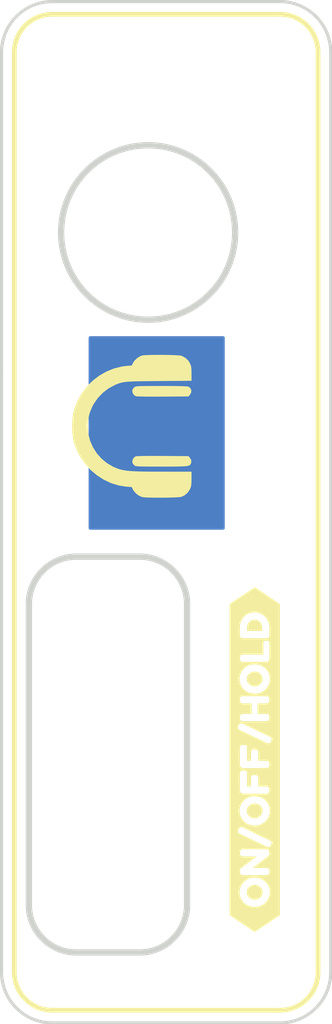
<source format=kicad_pcb>
(kicad_pcb (version 20221018) (generator pcbnew)
  (layers (0 "F.Cu" signal) (31 "B.Cu" signal) (34 "B.Paste" user) (35 "F.Paste" user) (36 "B.SilkS" user "B.Silkscreen") (37 "F.SilkS" user "F.Silkscreen") (38 "B.Mask" user) (39 "F.Mask" user) (44 "Edge.Cuts" user))
  (net 0 "")
  (footprint "kibuzzard-64D61F96" (layer "F.Cu") (at 146.8 108.3 90)
    (fp_text reference "kibuzzard-64D61F96" hide)
    (fp_text value "G***" hide)
    (fp_poly (pts (xy 4.177665 -0.24511) (xy 4.055745 -0.24511) (xy 4.055745 0.23495) (xy 4.178935 0.23495) (xy 4.26593 0.217964) (xy 4.344035 0.167005) (xy 4.39928 0.090329) (xy 4.417695 -0.00381) (xy 4.399756 -0.098266) (xy 4.34594 -0.175895) (xy 4.267994 -0.227806) (xy 4.177665 -0.24511)) (fill solid) (layer "F.SilkS"))
    (fp_poly (pts (xy -4.417695 -0.00254) (xy -4.409581 0.068086) (xy -4.385239 0.129258) (xy -4.34467 0.180975) (xy -4.267359 0.233839) (xy -4.181475 0.25146) (xy -4.09575 0.234315) (xy -4.018915 0.18288) (xy -3.978698 0.131939) (xy -3.954568 0.070556) (xy -3.946525 -0.00127) (xy -3.954639 -0.073237) (xy -3.978981 -0.135043) (xy -4.01955 -0.18669) (xy -4.096861 -0.239078) (xy -4.182745 -0.25654) (xy -4.26847 -0.238919) (xy -4.345305 -0.186055) (xy -4.385522 -0.134338) (xy -4.409652 -0.073166) (xy -4.417695 -0.00254)) (fill solid) (layer "F.SilkS"))
    (fp_poly (pts (xy -1.851025 -0.00254) (xy -1.842911 0.068086) (xy -1.818569 0.129258) (xy -1.778 0.180975) (xy -1.700689 0.233839) (xy -1.614805 0.25146) (xy -1.52908 0.234315) (xy -1.452245 0.18288) (xy -1.412028 0.131939) (xy -1.387898 0.070556) (xy -1.379855 -0.00127) (xy -1.387969 -0.073237) (xy -1.412311 -0.135043) (xy -1.45288 -0.18669) (xy -1.530191 -0.239078) (xy -1.616075 -0.25654) (xy -1.7018 -0.238919) (xy -1.778635 -0.186055) (xy -1.818852 -0.134338) (xy -1.842982 -0.073166) (xy -1.851025 -0.00254)) (fill solid) (layer "F.SilkS"))
    (fp_poly (pts (xy 2.306955 -0.00254) (xy 2.315069 0.068086) (xy 2.339411 0.129258) (xy 2.37998 0.180975) (xy 2.457291 0.233839) (xy 2.543175 0.25146) (xy 2.6289 0.234315) (xy 2.705735 0.18288) (xy 2.745952 0.131939) (xy 2.770082 0.070556) (xy 2.778125 -0.00127) (xy 2.770011 -0.073237) (xy 2.745669 -0.135043) (xy 2.7051 -0.18669) (xy 2.627789 -0.239078) (xy 2.541905 -0.25654) (xy 2.45618 -0.238919) (xy 2.379345 -0.186055) (xy 2.339128 -0.134338) (xy 2.314998 -0.073166) (xy 2.306955 -0.00254)) (fill solid) (layer "F.SilkS"))
    (fp_poly (pts (xy -4.642485 -0.796713) (xy -4.907068 -0.796713) (xy -5.438211 0) (xy -4.907068 0.796713) (xy -4.642485 0.796713) (xy -4.178935 0.796713) (xy -4.178935 0.47625) (xy -4.271843 0.467519) (xy -4.357529 0.441325) (xy -4.435991 0.397669) (xy -4.50723 0.33655) (xy -4.566404 0.263366) (xy -4.608671 0.183515) (xy -4.634032 0.096996) (xy -4.642485 0.00381) (xy -4.63296 -0.098266) (xy -4.604385 -0.193675) (xy -4.559935 -0.278289) (xy -4.502785 -0.34798) (xy -4.434523 -0.403542) (xy -4.356735 -0.44577) (xy -4.272915 -0.47244) (xy -4.186555 -0.48133) (xy -4.095671 -0.472837) (xy -4.010977 -0.447358) (xy -3.932476 -0.404892) (xy -3.860165 -0.34544) (xy -3.799602 -0.273407) (xy -3.756342 -0.193199) (xy -3.730387 -0.104815) (xy -3.721735 -0.008255) (xy -3.72999 0.088662) (xy -3.754755 0.178117) (xy -3.79603 0.260112) (xy -3.853815 0.334645) (xy -3.923665 0.396597) (xy -4.001135 0.440849) (xy -4.086225 0.4674) (xy -4.178935 0.47625) (xy -4.178935 0.796713) (xy -2.939415 0.796713) (xy -2.939415 0.46101) (xy -3.007995 0.45339) (xy -3.039745 0.42926) (xy -3.129562 0.309598) (xy -3.208514 0.204611) (xy -3.2766 0.1143) (xy -3.333821 0.038664) (xy -3.380176 -0.022296) (xy -3.415665 -0.06858) (xy -3.415665 0.34925) (xy -3.41757 0.3937) (xy -3.429635 0.42672) (xy -3.46329 0.452438) (xy -3.528695 0.46101) (xy -3.592195 0.452438) (xy -3.625215 0.42672) (xy -3.63728 0.39243) (xy -3.639185 0.34798) (xy -3.639185 -0.36068) (xy -3.62712 -0.431165) (xy -3.590925 -0.46101) (xy -3.528695 -0.46863) (xy -3.46837 -0.461645) (xy -3.437255 -0.44577) (xy -3.408045 -0.41275) (xy -3.323661 -0.298133) (xy -3.249154 -0.197273) (xy -3.184525 -0.110173) (xy -3.129774 -0.03683) (xy -3.084901 0.022754) (xy -3.049905 0.06858) (xy -3.049905 -0.36068) (xy -3.03784 -0.431165) (xy -3.001645 -0.46101) (xy -2.94132 -0.46863) (xy -2.8829 -0.46228) (xy -2.84988 -0.44704) (xy -2.834005 -0.42037) (xy -2.826385 -0.3556) (xy -2.826385 0.34925) (xy -2.82829 0.3937) (xy -2.840355 0.42672) (xy -2.87401 0.452438) (xy -2.939415 0.46101) (xy -2.939415 0.796713) (xy -2.621915 0.796713) (xy -2.621915 0.53213) (xy -2.685415 0.51308) (xy -2.74193 0.479425) (xy -2.756535 0.44704) (xy -2.741295 0.38354) (xy -2.332355 -0.47117) (xy -2.289175 -0.52705) (xy -2.25933 -0.53213) (xy -2.195195 -0.51181) (xy -2.14376 -0.477203) (xy -2.126615 -0.43942) (xy -2.144395 -0.37592) (xy -2.552065 0.47117) (xy -2.56794 0.50292) (xy -2.58699 0.522605) (xy -2.621915 0.53213) (xy -2.621915 0.796713) (xy -1.612265 0.796713) (xy -1.612265 0.47625) (xy -1.705173 0.467519) (xy -1.790859 0.441325) (xy -1.869321 0.397669) (xy -1.94056 0.33655) (xy -1.999734 0.263366) (xy -2.042001 0.183515) (xy -2.067362 0.096996) (xy -2.075815 0.00381) (xy -2.06629 -0.098266) (xy -2.037715 -0.193675) (xy -1.993265 -0.278289) (xy -1.936115 -0.34798) (xy -1.867852 -0.403542) (xy -1.790065 -0.44577) (xy -1.706245 -0.47244) (xy -1.619885 -0.48133) (xy -1.529001 -0.472837) (xy -1.444307 -0.447358) (xy -1.365806 -0.404892) (xy -1.293495 -0.34544) (xy -1.232932 -0.273407) (xy -1.189673 -0.193199) (xy -1.163717 -0.104815) (xy -1.155065 -0.008255) (xy -1.16332 0.088662) (xy -1.188085 0.178117) (xy -1.22936 0.260112) (xy -1.287145 0.334645) (xy -1.356995 0.396597) (xy -1.434465 0.440849) (xy -1.519555 0.4674) (xy -1.612265 0.47625) (xy -1.612265 0.796713) (xy -0.960755 0.796713) (xy -0.960755 0.46101) (xy -1.03124 0.448945) (xy -1.064895 0.41275) (xy -1.072515 0.34798) (xy -1.072515 -0.35814) (xy -1.048385 -0.446405) (xy -0.956945 -0.4699) (xy -0.456565 -0.4699) (xy -0.41275 -0.467995) (xy -0.37973 -0.45593) (xy -0.353695 -0.42164) (xy -0.346075 -0.35687) (xy -0.353695 -0.2921) (xy -0.380365 -0.258445) (xy -0.41402 -0.247015) (xy -0.459105 -0.24511) (xy -0.847725 -0.24511) (xy -0.847725 -0.11684) (xy -0.597535 -0.11684) (xy -0.55245 -0.114935) (xy -0.518795 -0.10287) (xy -0.49403 -0.068262) (xy -0.485775 -0.00254) (xy -0.49784 0.068263) (xy -0.534035 0.10287) (xy -0.598805 0.10922) (xy -0.847725 0.10922) (xy -0.847725 0.34925) (xy -0.84963 0.3937) (xy -0.861695 0.42672) (xy -0.89535 0.452438) (xy -0.960755 0.46101) (xy -0.960755 0.796713) (xy -0.151765 0.796713) (xy -0.151765 0.46101) (xy -0.22225 0.448945) (xy -0.255905 0.41275) (xy -0.263525 0.34798) (xy -0.263525 -0.35814) (xy -0.239395 -0.446405) (xy -0.147955 -0.4699) (xy 0.352425 -0.4699) (xy 0.39624 -0.467995) (xy 0.42926 -0.45593) (xy 0.455295 -0.42164) (xy 0.462915 -0.35687) (xy 0.455295 -0.2921) (xy 0.428625 -0.258445) (xy 0.39497 -0.247015) (xy 0.349885 -0.24511) (xy -0.038735 -0.24511) (xy -0.038735 -0.11684) (xy 0.211455 -0.11684) (xy 0.25654 -0.114935) (xy 0.290195 -0.10287) (xy 0.31496 -0.068262) (xy 0.323215 -0.00254) (xy 0.31115 0.068263) (xy 0.274955 0.10287) (xy 0.210185 0.10922) (xy -0.038735 0.10922) (xy -0.038735 0.34925) (xy -0.04064 0.3937) (xy -0.052705 0.42672) (xy -0.08636 0.452438) (xy -0.151765 0.46101) (xy -0.151765 0.796713) (xy 0.648335 0.796713) (xy 0.648335 0.53213) (xy 0.584835 0.51308) (xy 0.52832 0.479425) (xy 0.513715 0.44704) (xy 0.528955 0.38354) (xy 0.937895 -0.47117) (xy 0.981075 -0.52705) (xy 1.01092 -0.53213) (xy 1.075055 -0.51181) (xy 1.12649 -0.477203) (xy 1.143635 -0.43942) (xy 1.125855 -0.37592) (xy 0.718185 0.47117) (xy 0.70231 0.50292) (xy 0.68326 0.522605) (xy 0.648335 0.53213) (xy 0.648335 0.796713) (xy 1.886585 0.796713) (xy 1.886585 0.45974) (xy 1.8161 0.447992) (xy 1.782445 0.41275) (xy 1.774825 0.34671) (xy 1.774825 0.0889) (xy 1.438275 0.0889) (xy 1.438275 0.34798) (xy 1.43637 0.391795) (xy 1.424305 0.42545) (xy 1.39065 0.451168) (xy 1.325245 0.45974) (xy 1.25476 0.447992) (xy 1.221105 0.41275) (xy 1.213485 0.34671) (xy 1.213485 -0.35814) (xy 1.21539 -0.401955) (xy 1.227455 -0.43561) (xy 1.26111 -0.461328) (xy 1.326515 -0.4699) (xy 1.397318 -0.458152) (xy 1.431925 -0.42291) (xy 1.438275 -0.35687) (xy 1.438275 -0.09779) (xy 1.774825 -0.09779) (xy 1.774825 -0.35814) (xy 1.77673 -0.401955) (xy 1.788795 -0.43561) (xy 1.823085 -0.46228) (xy 1.884045 -0.4699) (xy 1.942465 -0.46355) (xy 1.975485 -0.44831) (xy 1.993265 -0.42291) (xy 1.999615 -0.35687) (xy 1.999615 0.34798) (xy 1.99771 0.391795) (xy 1.985645 0.42545) (xy 1.95199 0.451168) (xy 1.886585 0.45974) (xy 1.886585 0.796713) (xy 2.545715 0.796713) (xy 2.545715 0.47625) (xy 2.452807 0.467519) (xy 2.367121 0.441325) (xy 2.288659 0.397669) (xy 2.21742 0.33655) (xy 2.158246 0.263366) (xy 2.115979 0.183515) (xy 2.090618 0.096996) (xy 2.082165 0.00381) (xy 2.09169 -0.098266) (xy 2.120265 -0.193675) (xy 2.164715 -0.278289) (xy 2.221865 -0.34798) (xy 2.290128 -0.403542) (xy 2.367915 -0.44577) (xy 2.451735 -0.47244) (xy 2.538095 -0.48133) (xy 2.628979 -0.472837) (xy 2.713673 -0.447358) (xy 2.792174 -0.404892) (xy 2.864485 -0.34544) (xy 2.925048 -0.273407) (xy 2.968308 -0.193199) (xy 2.994263 -0.104815) (xy 3.002915 -0.008255) (xy 2.99466 0.088662) (xy 2.969895 0.178117) (xy 2.92862 0.260112) (xy 2.870835 0.334645) (xy 2.800985 0.396597) (xy 2.723515 0.440849) (xy 2.638425 0.4674) (xy 2.545715 0.47625) (xy 2.545715 0.796713) (xy 3.654425 0.796713) (xy 3.654425 0.46101) (xy 3.197225 0.46101) (xy 3.12674 0.448945) (xy 3.093085 0.41275) (xy 3.085465 0.34798) (xy 3.085465 -0.35814) (xy 3.08737 -0.401955) (xy 3.099435 -0.43561) (xy 3.13309 -0.461328) (xy 3.198495 -0.4699) (xy 3.269298 -0.458152) (xy 3.303905 -0.42291) (xy 3.310255 -0.35687) (xy 3.310255 0.27305) (xy 3.655695 0.27305) (xy 3.716655 0.282575) (xy 3.742055 0.31242) (xy 3.748405 0.366395) (xy 3.742055 0.42037) (xy 3.720465 0.44831) (xy 3.654425 0.46101) (xy 3.654425 0.796713) (xy 4.175125 0.796713) (xy 4.175125 0.45974) (xy 3.942715 0.45974) (xy 3.87985 0.451803) (xy 3.846195 0.42799) (xy 3.830955 0.34671) (xy 3.830955 -0.35941) (xy 3.83286 -0.40386) (xy 3.844925 -0.43688) (xy 3.87858 -0.462598) (xy 3.943985 -0.47117) (xy 4.178935 -0.4699) (xy 4.268232 -0.461605) (xy 4.351973 -0.436721) (xy 4.430157 -0.395248) (xy 4.502785 -0.337185) (xy 4.563904 -0.267018) (xy 4.60756 -0.18923) (xy 4.633754 -0.103822) (xy 4.642485 -0.010795) (xy 4.633952 0.08259) (xy 4.608354 0.169069) (xy 4.56569 0.248642) (xy 4.50596 0.32131) (xy 4.434086 0.381873) (xy 4.354989 0.425132) (xy 4.268668 0.451088) (xy 4.175125 0.45974) (xy 4.175125 0.796713) (xy 4.642485 0.796713) (xy 4.907068 0.796713) (xy 5.438211 0) (xy 4.907068 -0.796713) (xy 4.642485 -0.796713) (xy -4.642485 -0.796713)) (fill solid) (layer "F.SilkS"))
  )
  (footprint "LOGO" (layer "F.Cu") (at 142.9 97.8 90)
    (fp_text reference "G***" hide)
    (fp_text value "LOGO" hide)
    (fp_poly (pts (xy 1.15105 0.031848) (xy 1.200038 0.056792) (xy 1.241293 0.095019) (xy 1.251193 0.10909) (xy 1.259297 0.126278) (xy 1.265784 0.150455) (xy 1.270834 0.185494) (xy 1.274626 0.235268) (xy 1.277339 0.30365) (xy 1.279152 0.394512) (xy 1.280246 0.511727) (xy 1.280799 0.659168) (xy 1.280992 0.840707) (xy 1.281008 0.952506) (xy 1.280488 1.189029) (xy 1.278912 1.386313) (xy 1.276261 1.545137) (xy 1.272515 1.666279) (xy 1.267654 1.750519) (xy 1.261656 1.798635) (xy 1.258785 1.808277) (xy 1.213125 1.866647) (xy 1.149305 1.895015) (xy 1.077607 1.891545) (xy 1.008314 1.854404) (xy 1.006908 1.853206) (xy 0.950748 1.804916) (xy 0.945101 0.995525) (xy 0.944126 0.782911) (xy 0.944307 0.595747) (xy 0.945601 0.436599) (xy 0.947967 0.308034) (xy 0.951361 0.212617) (xy 0.955742 0.152916) (xy 0.959253 0.134057) (xy 0.99805 0.080555) (xy 1.059194 0.042538) (xy 1.126353 0.028708)) (fill solid) (layer "F.SilkS"))
    (fp_poly (pts (xy -1.066012 0.033672) (xy -1.000528 0.063135) (xy -0.950911 0.111535) (xy -0.939237 0.134057) (xy -0.934211 0.168083) (xy -0.930143 0.239564) (xy -0.927076 0.345934) (xy -0.92505 0.484626) (xy -0.92411 0.653074) (xy -0.924297 0.848712) (xy -0.925086 0.995525) (xy -0.930733 1.804916) (xy -0.986893 1.853206) (xy -1.056566 1.893385) (xy -1.129556 1.894313) (xy -1.173643 1.878087) (xy -1.194545 1.866375) (xy -1.211822 1.850919) (xy -1.22582 1.828072) (xy -1.236881 1.79419) (xy -1.24535 1.745626) (xy -1.251571 1.678735) (xy -1.255887 1.589871) (xy -1.258644 1.47539) (xy -1.260184 1.331646) (xy -1.260853 1.154993) (xy -1.260993 0.952506) (xy -1.26092 0.751249) (xy -1.260581 0.586151) (xy -1.259797 0.453339) (xy -1.258389 0.34894) (xy -1.256177 0.269082) (xy -1.252981 0.209891) (xy -1.248623 0.167496) (xy -1.242923 0.138023) (xy -1.235701 0.117599) (xy -1.226779 0.102352) (xy -1.221278 0.095019) (xy -1.176745 0.054497) (xy -1.131035 0.031848)) (fill solid) (layer "F.SilkS"))
    (fp_poly (pts (xy 0.195706 -1.866029) (xy 0.354748 -1.850258) (xy 0.499604 -1.820758) (xy 0.642743 -1.774898) (xy 0.796636 -1.710047) (xy 0.817514 -1.700351) (xy 1.049643 -1.570477) (xy 1.260431 -1.410117) (xy 1.447073 -1.223261) (xy 1.606766 -1.013898) (xy 1.736706 -0.786017) (xy 1.83409 -0.543607) (xy 1.896114 -0.290659) (xy 1.914932 -0.138796) (xy 1.926877 0.012636) (xy 2.008845 0.052142) (xy 2.089395 0.108035) (xy 2.163827 0.189393) (xy 2.220534 0.282024) (xy 2.240852 0.335769) (xy 2.248125 0.383294) (xy 2.253816 0.463267) (xy 2.257964 0.569055) (xy 2.26061 0.694021) (xy 2.261794 0.831532) (xy 2.261558 0.974952) (xy 2.25994 1.117647) (xy 2.256983 1.252981) (xy 2.252726 1.374319) (xy 2.247209 1.475027) (xy 2.240474 1.548469) (xy 2.233223 1.586289) (xy 2.170624 1.706118) (xy 2.079243 1.801262) (xy 1.99391 1.853416) (xy 1.941854 1.875182) (xy 1.890727 1.889238) (xy 1.829552 1.897196) (xy 1.747351 1.90067) (xy 1.668023 1.901301) (xy 1.444558 1.901497) (xy 1.435759 0.875689) (xy 1.433593 0.634387) (xy 1.431347 0.429295) (xy 1.428693 0.256593) (xy 1.425304 0.112461) (xy 1.420851 -0.006922) (xy 1.415007 -0.105375) (xy 1.407444 -0.18672) (xy 1.397834 -0.254777) (xy 1.385849 -0.313366) (xy 1.371161 -0.366307) (xy 1.353443 -0.417421) (xy 1.332365 -0.470528) (xy 1.317081 -0.507044) (xy 1.209504 -0.711453) (xy 1.069232 -0.896976) (xy 0.901203 -1.058383) (xy 0.710351 -1.190444) (xy 0.633163 -1.2317) (xy 0.43625 -1.313849) (xy 0.242223 -1.362307) (xy 0.038155 -1.380159) (xy 0.010008 -1.380393) (xy -0.219191 -1.361038) (xy -0.439481 -1.304914) (xy -0.646817 -1.214928) (xy -0.837156 -1.09399) (xy -1.006453 -0.945008) (xy -1.150665 -0.770891) (xy -1.265748 -0.574548) (xy -1.329744 -0.416756) (xy -1.349679 -0.352153) (xy -1.366548 -0.284731) (xy -1.380597 -0.210668) (xy -1.392069 -0.126143) (xy -1.401209 -0.027333) (xy -1.408262 0.089582) (xy -1.413473 0.228424) (xy -1.417085 0.393014) (xy -1.419343 0.587174) (xy -1.420493 0.814725) (xy -1.420772 1.005792) (xy -1.421119 1.901497) (xy -1.646297 1.901301) (xy -1.750998 1.900101) (xy -1.826594 1.895654) (xy -1.883977 1.886366) (xy -1.934039 1.870646) (xy -1.973895 1.853416) (xy -2.083646 1.780863) (xy -2.168554 1.679229) (xy -2.213208 1.586289) (xy -2.22103 1.54385) (xy -2.227671 1.468031) (xy -2.23309 1.365467) (xy -2.237247 1.242792) (xy -2.240101 1.106641) (xy -2.241611 0.96365) (xy -2.241738 0.820453) (xy -2.240441 0.683686) (xy -2.237679 0.559983) (xy -2.233411 0.455979) (xy -2.227598 0.37831) (xy -2.220837 0.335769) (xy -2.179892 0.243142) (xy -2.11444 0.153481) (xy -2.036087 0.080973) (xy -1.988861 0.052157) (xy -1.906925 0.012667) (xy -1.895278 -0.148789) (xy -1.857853 -0.395939) (xy -1.783459 -0.637541) (xy -1.67514 -0.869294) (xy -1.535938 -1.086897) (xy -1.368898 -1.286047) (xy -1.177061 -1.462446) (xy -0.963471 -1.61179) (xy -0.797499 -1.700351) (xy -0.641356 -1.767793) (xy -0.497545 -1.815911) (xy -0.353595 -1.847337) (xy -0.197038 -1.864701) (xy -0.015404 -1.870633) (xy 0.010008 -1.870701)) (fill solid) (layer "F.SilkS"))
  )
  (gr_rect (start 141.6 95) (end 145.8 101) (stroke (width 0.1)) (fill solid) (layer "B.Cu"))
  (gr_arc (start 140.4 116.2) (mid 139.551472 115.848528) (end 139.2 115) (stroke (width 0.15)) (layer "F.SilkS"))
  (gr_arc (start 147.6 84.8) (mid 148.448528 85.151472) (end 148.8 86) (stroke (width 0.15)) (layer "F.SilkS"))
  (gr_line (start 140.4 84.8) (end 147.6 84.8) (stroke (width 0.15)) (layer "F.SilkS"))
  (gr_arc (start 148.8 115) (mid 148.448528 115.848528) (end 147.6 116.2) (stroke (width 0.15)) (layer "F.SilkS"))
  (gr_line (start 139.2 115) (end 139.2 86) (stroke (width 0.15)) (layer "F.SilkS"))
  (gr_line (start 148.8 86) (end 148.8 115) (stroke (width 0.15)) (layer "F.SilkS"))
  (gr_line (start 147.6 116.2) (end 140.4 116.2) (stroke (width 0.15)) (layer "F.SilkS"))
  (gr_arc (start 139.2 86) (mid 139.551472 85.151472) (end 140.4 84.8) (stroke (width 0.15)) (layer "F.SilkS"))
  (gr_arc (start 149.2 115) (mid 148.731371 116.131371) (end 147.6 116.6) (stroke (width 0.1)) (layer "Edge.Cuts"))
  (gr_line (start 143.161729 114.379189) (end 141.161729 114.379189) (stroke (width 0.2)) (layer "Edge.Cuts"))
  (gr_line (start 138.8 96.1) (end 138.8 86) (stroke (width 0.1)) (layer "Edge.Cuts"))
  (gr_arc (start 140.4 116.6) (mid 139.268629 116.131371) (end 138.8 115) (stroke (width 0.1)) (layer "Edge.Cuts"))
  (gr_line (start 138.8 115) (end 138.8 102.1) (stroke (width 0.1)) (layer "Edge.Cuts"))
  (gr_line (start 144.661729 103.399846) (end 144.66173 112.879189) (stroke (width 0.2)) (layer "Edge.Cuts"))
  (gr_line (start 147.6 116.6) (end 140.4 116.6) (stroke (width 0.1)) (layer "Edge.Cuts"))
  (gr_line (start 138.8 102.1) (end 138.8 96.1) (stroke (width 0.1)) (layer "Edge.Cuts"))
  (gr_arc (start 139.661729 103.399846) (mid 140.101052 102.339169) (end 141.161729 101.899846) (stroke (width 0.2)) (layer "Edge.Cuts"))
  (gr_arc (start 144.66173 112.879189) (mid 144.222402 113.939862) (end 143.161729 114.379189) (stroke (width 0.2)) (layer "Edge.Cuts"))
  (gr_arc (start 141.161729 114.379189) (mid 140.101057 113.939861) (end 139.661729 112.879189) (stroke (width 0.2)) (layer "Edge.Cuts"))
  (gr_arc (start 143.161728 101.899846) (mid 144.222367 102.339208) (end 144.661729 103.399846) (stroke (width 0.2)) (layer "Edge.Cuts"))
  (gr_arc (start 138.8 86) (mid 139.268629 84.868629) (end 140.4 84.4) (stroke (width 0.1)) (layer "Edge.Cuts"))
  (gr_line (start 149.2 86) (end 149.2 115) (stroke (width 0.1)) (layer "Edge.Cuts"))
  (gr_line (start 147.6 84.4) (end 140.4 84.4) (stroke (width 0.1)) (layer "Edge.Cuts"))
  (gr_line (start 139.661729 112.879189) (end 139.661729 103.399846) (stroke (width 0.2)) (layer "Edge.Cuts"))
  (gr_circle (center 143.43 91.68) (end 143.430001 88.93) (stroke (width 0.2)) (fill none) (layer "Edge.Cuts"))
  (gr_arc (start 147.6 84.4) (mid 148.731371 84.868629) (end 149.2 86) (stroke (width 0.1)) (layer "Edge.Cuts"))
  (gr_line (start 141.161729 101.899846) (end 143.161728 101.899846) (stroke (width 0.2)) (layer "Edge.Cuts"))
)
</source>
